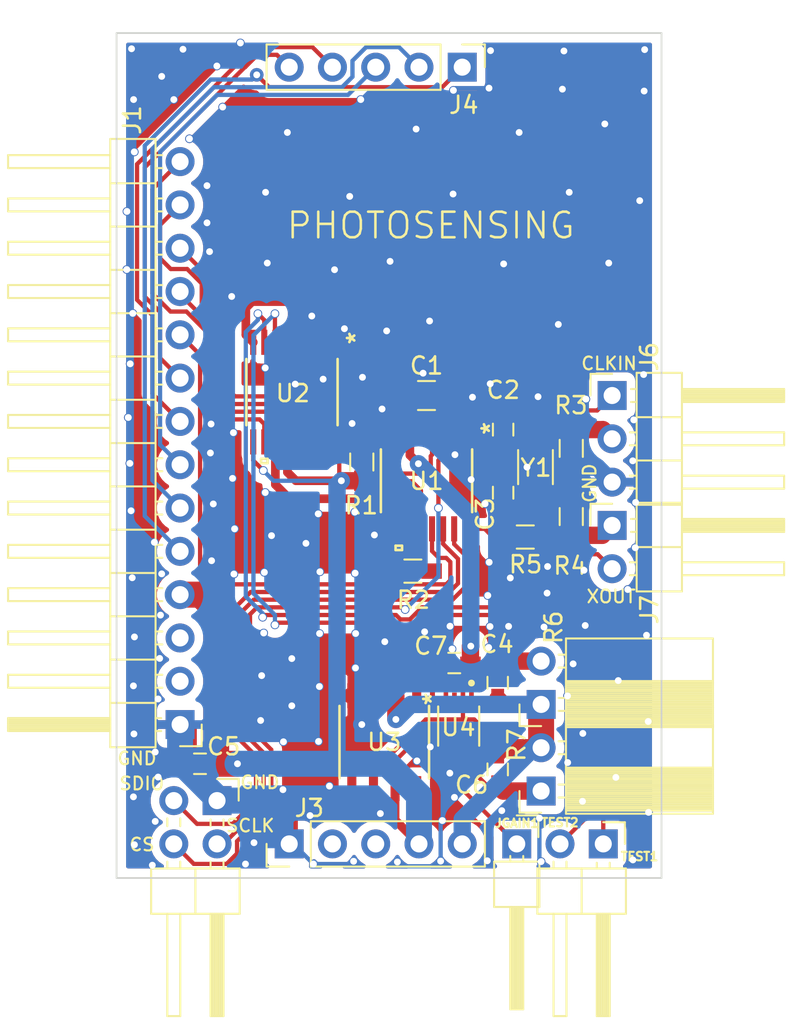
<source format=kicad_pcb>
(kicad_pcb (version 20171130) (host pcbnew "(5.1.6-0-10_14)")
  (layers (0 F.Cu signal) (31 B.Cu signal) (34 B.Paste user) (35 F.Paste user) (36 B.SilkS user) (37 F.SilkS user) (38 B.Mask user) (39 F.Mask user) (44 Edge.Cuts user))
  (net 0 "")
  (net 1 GND)
  (net 2 "Net-(C1-Pad1)")
  (net 3 "Net-(C2-Pad1)")
  (net 4 "Net-(C3-Pad1)")
  (net 5 "Net-(C4-Pad1)")
  (net 6 PD_MUX_OUT)
  (net 7 VCC_LOGIC)
  (net 8 /AMP_OUT)
  (net 9 THERM_WELL)
  (net 10 I2C_SDA)
  (net 11 I2C_SCL)
  (net 12 ADC_DRDY)
  (net 13 PD_REF_PWM)
  (net 14 PD_MUX_GPIO1)
  (net 15 PD_MUX_GPIO2)
  (net 16 PD_MUX_GPIO3)
  (net 17 PD_MUX_GPIO4)
  (net 18 PD_MUX_GPIO5)
  (net 19 THERM_TEST2)
  (net 20 THERM_TEST1)
  (net 21 /AMP_GAIN_SW)
  (net 22 "Net-(J7-Pad1)")
  (net 23 DEMOD_SPI_CS)
  (net 24 DEMOD_SPI_SDIO)
  (net 25 DEMOD_SPI_SCLK)
  (net 26 "Net-(R1-Pad1)")
  (net 27 "Net-(R2-Pad1)")
  (net 28 "Net-(R3-Pad1)")
  (net 29 /PHOTO_OUT)
  (net 30 /CLKIN)
  (net 31 /XOUT)
  (module Capacitors_SMD:C_0805_HandSoldering (layer F.Cu) (at 101.2 83.7)
    (fp_text reference C1 (at 0 -1.75) (layer F.SilkS))
    (fp_text value 1uF)
    (pad 2 smd rect (at 1.25 0) (size 1.5 1.25) (layers F.Cu F.Paste F.Mask) (net 1 GND))
    (pad 1 smd rect (at -1.25 0) (size 1.5 1.25) (layers F.Cu F.Paste F.Mask) (net 2 "Net-(C1-Pad1)"))
  )
  (module Capacitors_SMD:C_0603_HandSoldering (layer F.Cu) (at 105.7 85.7 270)
    (fp_text reference C2 (at -2.32 -0.01 180) (layer F.SilkS))
    (fp_text value 10pF)
    (pad 1 smd rect (at -0.95 0 270) (size 1.2 0.75) (layers F.Cu F.Paste F.Mask) (net 3 "Net-(C2-Pad1)"))
    (pad 2 smd rect (at 0.95 0 270) (size 1.2 0.75) (layers F.Cu F.Paste F.Mask) (net 1 GND))
  )
  (module Capacitors_SMD:C_0603_HandSoldering (layer F.Cu) (at 105.7 89.4 90)
    (fp_text reference C3 (at -1.26 -1.06 270) (layer F.SilkS))
    (fp_text value 10pF)
    (pad 2 smd rect (at 0.95 0 90) (size 1.2 0.75) (layers F.Cu F.Paste F.Mask) (net 1 GND))
    (pad 1 smd rect (at -0.95 0 90) (size 1.2 0.75) (layers F.Cu F.Paste F.Mask) (net 4 "Net-(C3-Pad1)"))
  )
  (module Capacitors_SMD:C_0603_HandSoldering (layer F.Cu) (at 105.38 100.55 270)
    (fp_text reference C4 (at -2.26 0.04 180) (layer F.SilkS))
    (fp_text value 22pF)
    (pad 1 smd rect (at -0.95 0 270) (size 1.2 0.75) (layers F.Cu F.Paste F.Mask) (net 5 "Net-(C4-Pad1)"))
    (pad 2 smd rect (at 0.95 0 270) (size 1.2 0.75) (layers F.Cu F.Paste F.Mask) (net 6 PD_MUX_OUT))
  )
  (module Capacitors_SMD:C_0603_HandSoldering (layer F.Cu) (at 87.9 105.3 180)
    (fp_text reference C5 (at -1.39 1.01) (layer F.SilkS))
    (fp_text value 0.1uF)
    (pad 2 smd rect (at 0.95 0 180) (size 1.2 0.75) (layers F.Cu F.Paste F.Mask) (net 1 GND))
    (pad 1 smd rect (at -0.95 0 180) (size 1.2 0.75) (layers F.Cu F.Paste F.Mask) (net 7 VCC_LOGIC))
  )
  (module Capacitors_SMD:C_0603_HandSoldering (layer F.Cu) (at 105.38 105.63 90)
    (fp_text reference C6 (at -0.91 -1.53 180) (layer F.SilkS))
    (fp_text value 22pF)
    (pad 1 smd rect (at -0.95 0 90) (size 1.2 0.75) (layers F.Cu F.Paste F.Mask) (net 8 /AMP_OUT))
    (pad 2 smd rect (at 0.95 0 90) (size 1.2 0.75) (layers F.Cu F.Paste F.Mask) (net 6 PD_MUX_OUT))
  )
  (module Capacitors_SMD:C_0603_HandSoldering (layer F.Cu) (at 102.83 99.39)
    (fp_text reference C7 (at -1.38 -1) (layer F.SilkS))
    (fp_text value 0.1uF)
    (pad 2 smd rect (at 0.95 0) (size 1.2 0.75) (layers F.Cu F.Paste F.Mask) (net 8 /AMP_OUT))
    (pad 1 smd rect (at -0.95 0) (size 1.2 0.75) (layers F.Cu F.Paste F.Mask) (net 1 GND))
  )
  (module Pin_Headers:Pin_Header_Straight_1x05_Pitch2.54mm (layer F.Cu) (at 93.138 110 90)
    (fp_text reference J3 (at 2.1 1.182 180) (layer F.SilkS))
    (fp_text value Conn_01x05_Male)
    (pad 5 thru_hole oval (at 0 10.16 90) (size 1.7 1.7) (drill 1) (layers *.Cu *.Mask) (net 6 PD_MUX_OUT))
    (pad 4 thru_hole oval (at 0 7.62 90) (size 1.7 1.7) (drill 1) (layers *.Cu *.Mask) (net 7 VCC_LOGIC))
    (pad 3 thru_hole oval (at 0 5.08 90) (size 1.7 1.7) (drill 1) (layers *.Cu *.Mask))
    (pad 2 thru_hole oval (at 0 2.54 90) (size 1.7 1.7) (drill 1) (layers *.Cu *.Mask))
    (pad 1 thru_hole rect (at 0 0 90) (size 1.7 1.7) (drill 1) (layers *.Cu *.Mask) (net 1 GND))
  )
  (module Pin_Headers:Pin_Header_Straight_1x05_Pitch2.54mm (layer F.Cu) (at 103.298 64.44 270)
    (fp_text reference J4 (at 2.22 -0.092 180) (layer F.SilkS))
    (fp_text value Conn_01x05_Male)
    (pad 1 thru_hole rect (at 0 0 270) (size 1.7 1.7) (drill 1) (layers *.Cu *.Mask) (net 18 PD_MUX_GPIO5))
    (pad 2 thru_hole oval (at 0 2.54 270) (size 1.7 1.7) (drill 1) (layers *.Cu *.Mask) (net 17 PD_MUX_GPIO4))
    (pad 3 thru_hole oval (at 0 5.08 270) (size 1.7 1.7) (drill 1) (layers *.Cu *.Mask) (net 16 PD_MUX_GPIO3))
    (pad 4 thru_hole oval (at 0 7.62 270) (size 1.7 1.7) (drill 1) (layers *.Cu *.Mask) (net 15 PD_MUX_GPIO2))
    (pad 5 thru_hole oval (at 0 10.16 270) (size 1.7 1.7) (drill 1) (layers *.Cu *.Mask) (net 14 PD_MUX_GPIO1))
  )
  (module Resistors_SMD:R_0603_HandSoldering (layer F.Cu) (at 97.4 87.6 270)
    (fp_text reference R1 (at 2.55 0.03 180) (layer F.SilkS))
    (fp_text value 10K)
    (pad 2 smd rect (at 1.1 0 270) (size 1.2 0.9) (layers F.Cu F.Paste F.Mask) (net 7 VCC_LOGIC))
    (pad 1 smd rect (at -1.1 0 270) (size 1.2 0.9) (layers F.Cu F.Paste F.Mask) (net 26 "Net-(R1-Pad1)"))
  )
  (module Resistors_SMD:R_0603_HandSoldering (layer F.Cu) (at 100.4 94)
    (fp_text reference R2 (at 0.03 1.69) (layer F.SilkS))
    (fp_text value 10K)
    (pad 1 smd rect (at -1.1 0) (size 1.2 0.9) (layers F.Cu F.Paste F.Mask) (net 27 "Net-(R2-Pad1)"))
    (pad 2 smd rect (at 1.1 0) (size 1.2 0.9) (layers F.Cu F.Paste F.Mask) (net 7 VCC_LOGIC))
  )
  (module Resistors_SMD:R_0603_HandSoldering (layer F.Cu) (at 109.7 86.8 90)
    (fp_text reference R3 (at 2.52 -0.02 180) (layer F.SilkS))
    (fp_text value 10M)
    (pad 2 smd rect (at 1.1 0 90) (size 1.2 0.9) (layers F.Cu F.Paste F.Mask) (net 3 "Net-(C2-Pad1)"))
    (pad 1 smd rect (at -1.1 0 90) (size 1.2 0.9) (layers F.Cu F.Paste F.Mask) (net 28 "Net-(R3-Pad1)"))
  )
  (module Resistors_SMD:R_0603_HandSoldering (layer F.Cu) (at 109.7 90.8 90)
    (fp_text reference R4 (at -2.89 -0.07 180) (layer F.SilkS))
    (fp_text value 10M)
    (pad 2 smd rect (at 1.1 0 90) (size 1.2 0.9) (layers F.Cu F.Paste F.Mask) (net 28 "Net-(R3-Pad1)"))
    (pad 1 smd rect (at -1.1 0 90) (size 1.2 0.9) (layers F.Cu F.Paste F.Mask) (net 22 "Net-(J7-Pad1)"))
  )
  (module Resistors_SMD:R_0603_HandSoldering (layer F.Cu) (at 107 92 180)
    (fp_text reference R5 (at -0.02 -1.61) (layer F.SilkS))
    (fp_text value 560k)
    (pad 1 smd rect (at -1.1 0 180) (size 1.2 0.9) (layers F.Cu F.Paste F.Mask) (net 22 "Net-(J7-Pad1)"))
    (pad 2 smd rect (at 1.1 0 180) (size 1.2 0.9) (layers F.Cu F.Paste F.Mask) (net 4 "Net-(C3-Pad1)"))
  )
  (module Ninja-qPCR:ADA2200ARUZ (layer F.Cu) (at 101.2 88.7 270)
    (fp_text reference U1 (at 0.02 0 180) (layer F.SilkS))
    (fp_text value ADA2200ARUZ hide)
    (fp_text user * (at -3.0734 -3.773601 90) (layer F.SilkS))
    (fp_text user * (at -3.0734 -3.773601 90) (layer F.SilkS))
    (pad 16 smd rect (at 2.8194 -2.274999 270) (size 1.4732 0.3556) (layers F.Cu F.Paste F.Mask) (net 31 /XOUT))
    (pad 15 smd rect (at 2.8194 -1.624998 270) (size 1.4732 0.3556) (layers F.Cu F.Paste F.Mask) (net 25 DEMOD_SPI_SCLK))
    (pad 14 smd rect (at 2.8194 -0.974999 270) (size 1.4732 0.3556) (layers F.Cu F.Paste F.Mask) (net 24 DEMOD_SPI_SDIO))
    (pad 13 smd rect (at 2.8194 -0.324998 270) (size 1.4732 0.3556) (layers F.Cu F.Paste F.Mask) (net 13 PD_REF_PWM))
    (pad 12 smd rect (at 2.8194 0.325001 270) (size 1.4732 0.3556) (layers F.Cu F.Paste F.Mask) (net 7 VCC_LOGIC))
    (pad 11 smd rect (at 2.8194 0.974999 270) (size 1.4732 0.3556) (layers F.Cu F.Paste F.Mask) (net 29 /PHOTO_OUT))
    (pad 10 smd rect (at 2.8194 1.625001 270) (size 1.4732 0.3556) (layers F.Cu F.Paste F.Mask))
    (pad 9 smd rect (at 2.8194 2.274999 270) (size 1.4732 0.3556) (layers F.Cu F.Paste F.Mask) (net 27 "Net-(R2-Pad1)"))
    (pad 8 smd rect (at -2.8194 2.274999 270) (size 1.4732 0.3556) (layers F.Cu F.Paste F.Mask) (net 2 "Net-(C1-Pad1)"))
    (pad 7 smd rect (at -2.8194 1.624998 270) (size 1.4732 0.3556) (layers F.Cu F.Paste F.Mask) (net 2 "Net-(C1-Pad1)"))
    (pad 6 smd rect (at -2.8194 0.974999 270) (size 1.4732 0.3556) (layers F.Cu F.Paste F.Mask) (net 8 /AMP_OUT))
    (pad 5 smd rect (at -2.8194 0.324998 270) (size 1.4732 0.3556) (layers F.Cu F.Paste F.Mask) (net 1 GND))
    (pad 4 smd rect (at -2.8194 -0.325001 270) (size 1.4732 0.3556) (layers F.Cu F.Paste F.Mask) (net 26 "Net-(R1-Pad1)"))
    (pad 3 smd rect (at -2.8194 -0.974999 270) (size 1.4732 0.3556) (layers F.Cu F.Paste F.Mask) (net 23 DEMOD_SPI_CS))
    (pad 2 smd rect (at -2.8194 -1.625001 270) (size 1.4732 0.3556) (layers F.Cu F.Paste F.Mask))
    (pad 1 smd rect (at -2.8194 -2.274999 270) (size 1.4732 0.3556) (layers F.Cu F.Paste F.Mask) (net 30 /CLKIN))
  )
  (module Ninja-qPCR:ADS1219IPWR (layer F.Cu) (at 93.3 83.5 270)
    (fp_text reference U2 (at 0.07 -0.05 180) (layer F.SilkS))
    (fp_text value ADS1219IPWR hide)
    (fp_text user * (at -3.175 -3.773601 90) (layer F.SilkS))
    (fp_text user * (at -3.175 -3.773601 90) (layer F.SilkS))
    (pad 16 smd rect (at 2.921 -2.274999 270) (size 1.4732 0.3556) (layers F.Cu F.Paste F.Mask) (net 11 I2C_SCL))
    (pad 15 smd rect (at 2.921 -1.624998 270) (size 1.4732 0.3556) (layers F.Cu F.Paste F.Mask) (net 10 I2C_SDA))
    (pad 14 smd rect (at 2.921 -0.974999 270) (size 1.4732 0.3556) (layers F.Cu F.Paste F.Mask) (net 12 ADC_DRDY))
    (pad 13 smd rect (at 2.921 -0.324998 270) (size 1.4732 0.3556) (layers F.Cu F.Paste F.Mask) (net 7 VCC_LOGIC))
    (pad 12 smd rect (at 2.921 0.325001 270) (size 1.4732 0.3556) (layers F.Cu F.Paste F.Mask) (net 7 VCC_LOGIC))
    (pad 11 smd rect (at 2.921 0.974999 270) (size 1.4732 0.3556) (layers F.Cu F.Paste F.Mask) (net 29 /PHOTO_OUT))
    (pad 10 smd rect (at 2.921 1.625001 270) (size 1.4732 0.3556) (layers F.Cu F.Paste F.Mask) (net 9 THERM_WELL))
    (pad 9 smd rect (at 2.921 2.274999 270) (size 1.4732 0.3556) (layers F.Cu F.Paste F.Mask) (net 7 VCC_LOGIC))
    (pad 8 smd rect (at -2.921 2.274999 270) (size 1.4732 0.3556) (layers F.Cu F.Paste F.Mask) (net 1 GND))
    (pad 7 smd rect (at -2.921 1.624998 270) (size 1.4732 0.3556) (layers F.Cu F.Paste F.Mask) (net 20 THERM_TEST1))
    (pad 6 smd rect (at -2.921 0.974999 270) (size 1.4732 0.3556) (layers F.Cu F.Paste F.Mask) (net 19 THERM_TEST2))
    (pad 5 smd rect (at -2.921 0.324998 270) (size 1.4732 0.3556) (layers F.Cu F.Paste F.Mask) (net 1 GND))
    (pad 4 smd rect (at -2.921 -0.325001 270) (size 1.4732 0.3556) (layers F.Cu F.Paste F.Mask) (net 1 GND))
    (pad 3 smd rect (at -2.921 -0.974999 270) (size 1.4732 0.3556) (layers F.Cu F.Paste F.Mask) (net 7 VCC_LOGIC))
    (pad 2 smd rect (at -2.921 -1.625001 270) (size 1.4732 0.3556) (layers F.Cu F.Paste F.Mask) (net 1 GND))
    (pad 1 smd rect (at -2.921 -2.274999 270) (size 1.4732 0.3556) (layers F.Cu F.Paste F.Mask) (net 1 GND))
  )
  (module Ninja-qPCR:LT1006S8-TRPBF (layer F.Cu) (at 98.72 104.03 270)
    (fp_text reference U3 (at 0 0 180) (layer F.SilkS))
    (fp_text value LT1006S8-TRPBF hide)
    (fp_text user * (at -2.54 -2.83 90) (layer F.SilkS))
    (fp_text user * (at -2.53 -2.83 90) (layer F.SilkS))
    (pad 8 smd rect (at 2.72415 -1.905 270) (size 1.4605 0.5334) (layers F.Cu F.Paste F.Mask))
    (pad 7 smd rect (at 2.72415 -0.635 270) (size 1.4605 0.5334) (layers F.Cu F.Paste F.Mask) (net 7 VCC_LOGIC))
    (pad 6 smd rect (at 2.72415 0.635 270) (size 1.4605 0.5334) (layers F.Cu F.Paste F.Mask) (net 8 /AMP_OUT))
    (pad 5 smd rect (at 2.72415 1.905 270) (size 1.4605 0.5334) (layers F.Cu F.Paste F.Mask))
    (pad 4 smd rect (at -2.72415 1.905 270) (size 1.4605 0.5334) (layers F.Cu F.Paste F.Mask) (net 1 GND))
    (pad 3 smd rect (at -2.72415 0.635 270) (size 1.4605 0.5334) (layers F.Cu F.Paste F.Mask) (net 1 GND))
    (pad 2 smd rect (at -2.72415 -0.635 270) (size 1.4605 0.5334) (layers F.Cu F.Paste F.Mask) (net 6 PD_MUX_OUT))
    (pad 1 smd rect (at -2.72415 -1.905 270) (size 1.4605 0.5334) (layers F.Cu F.Paste F.Mask))
  )
  (module Ninja-qPCR:SN74LVC2G66DCUR (layer F.Cu) (at 103.09 103.09 270)
    (fp_text reference U4 (at 0.07 0.02 180) (layer F.SilkS))
    (fp_text value SN74LVC2G66DCUR)
    (pad 8 smd rect (at 1.405 -0.75 270) (size 1.12 0.27) (layers F.Cu F.Paste F.Mask) (net 7 VCC_LOGIC))
    (pad 7 smd rect (at 1.405 -0.25 270) (size 1.12 0.27) (layers F.Cu F.Paste F.Mask) (net 21 /AMP_GAIN_SW))
    (pad 6 smd rect (at 1.405 0.25 270) (size 1.12 0.27) (layers F.Cu F.Paste F.Mask))
    (pad 5 smd rect (at 1.405 0.75 270) (size 1.12 0.27) (layers F.Cu F.Paste F.Mask))
    (pad 4 smd rect (at -1.405 0.75 270) (size 1.12 0.27) (layers F.Cu F.Paste F.Mask) (net 1 GND))
    (pad 3 smd rect (at -1.405 0.25 270) (size 1.12 0.27) (layers F.Cu F.Paste F.Mask))
    (pad 2 smd rect (at -1.405 -0.25 270) (size 1.12 0.27) (layers F.Cu F.Paste F.Mask) (net 8 /AMP_OUT))
    (pad 1 smd rect (at -1.405 -0.75 270) (size 1.12 0.27) (layers F.Cu F.Paste F.Mask) (net 5 "Net-(C4-Pad1)"))
  )
  (module Capacitors_SMD:C_1206_HandSoldering (layer F.Cu) (at 107.6 87.9 270)
    (fp_text reference Y1 (at 0.04 -0.03 180) (layer F.SilkS))
    (fp_text value 32.768kHz)
    (pad 2 smd rect (at 2 0 270) (size 2 1.6) (layers F.Cu F.Paste F.Mask) (net 4 "Net-(C3-Pad1)"))
    (pad 1 smd rect (at -2 0 270) (size 2 1.6) (layers F.Cu F.Paste F.Mask) (net 3 "Net-(C2-Pad1)"))
  )
  (module Pin_Headers:Pin_Header_Angled_1x14_Pitch2.54mm (layer F.Cu) (at 86.73 103 180)
    (fp_text reference J1 (at 2.81 35.46 270) (layer F.SilkS))
    (fp_text value Conn_01x14_Male)
    (pad 14 thru_hole oval (at 0 33.02 180) (size 1.7 1.7) (drill 1) (layers *.Cu *.Mask) (net 9 THERM_WELL))
    (pad 13 thru_hole oval (at 0 30.48 180) (size 1.7 1.7) (drill 1) (layers *.Cu *.Mask) (net 10 I2C_SDA))
    (pad 12 thru_hole oval (at 0 27.94 180) (size 1.7 1.7) (drill 1) (layers *.Cu *.Mask) (net 11 I2C_SCL))
    (pad 11 thru_hole oval (at 0 25.4 180) (size 1.7 1.7) (drill 1) (layers *.Cu *.Mask) (net 12 ADC_DRDY))
    (pad 10 thru_hole oval (at 0 22.86 180) (size 1.7 1.7) (drill 1) (layers *.Cu *.Mask) (net 13 PD_REF_PWM))
    (pad 9 thru_hole oval (at 0 20.32 180) (size 1.7 1.7) (drill 1) (layers *.Cu *.Mask) (net 14 PD_MUX_GPIO1))
    (pad 8 thru_hole oval (at 0 17.78 180) (size 1.7 1.7) (drill 1) (layers *.Cu *.Mask) (net 15 PD_MUX_GPIO2))
    (pad 7 thru_hole oval (at 0 15.24 180) (size 1.7 1.7) (drill 1) (layers *.Cu *.Mask) (net 16 PD_MUX_GPIO3))
    (pad 6 thru_hole oval (at 0 12.7 180) (size 1.7 1.7) (drill 1) (layers *.Cu *.Mask) (net 17 PD_MUX_GPIO4))
    (pad 5 thru_hole oval (at 0 10.16 180) (size 1.7 1.7) (drill 1) (layers *.Cu *.Mask) (net 18 PD_MUX_GPIO5))
    (pad 4 thru_hole oval (at 0 7.62 180) (size 1.7 1.7) (drill 1) (layers *.Cu *.Mask) (net 7 VCC_LOGIC))
    (pad 3 thru_hole oval (at 0 5.08 180) (size 1.7 1.7) (drill 1) (layers *.Cu *.Mask))
    (pad 2 thru_hole oval (at 0 2.54 180) (size 1.7 1.7) (drill 1) (layers *.Cu *.Mask))
    (pad 1 thru_hole rect (at 0 0 180) (size 1.7 1.7) (drill 1) (layers *.Cu *.Mask) (net 1 GND))
  )
  (module Pin_Headers:Pin_Header_Angled_1x02_Pitch2.54mm (layer F.Cu) (at 111.58 110 270)
    (fp_text reference JTHERM1 hide)
    (fp_text value Conn_01x02_Male)
    (pad 2 thru_hole oval (at 0 2.54 270) (size 1.7 1.7) (drill 1) (layers *.Cu *.Mask) (net 19 THERM_TEST2))
    (pad 1 thru_hole rect (at 0 0 270) (size 1.7 1.7) (drill 1) (layers *.Cu *.Mask) (net 20 THERM_TEST1))
  )
  (module Pin_Headers:Pin_Header_Angled_1x03_Pitch2.54mm (layer F.Cu) (at 112.1 83.7)
    (fp_text reference J6 (at 2.18 -2.28 90) (layer F.SilkS))
    (fp_text value Conn_01x03_Male)
    (pad 3 thru_hole oval (at 0 5.08) (size 1.7 1.7) (drill 1) (layers *.Cu *.Mask) (net 1 GND))
    (pad 2 thru_hole oval (at 0 2.54) (size 1.7 1.7) (drill 1) (layers *.Cu *.Mask) (net 3 "Net-(C2-Pad1)"))
    (pad 1 thru_hole rect (at 0 0) (size 1.7 1.7) (drill 1) (layers *.Cu *.Mask) (net 30 /CLKIN))
  )
  (module Pin_Headers:Pin_Header_Angled_1x02_Pitch2.54mm (layer F.Cu) (at 112.1 91.32)
    (fp_text reference J7 (at 2.19 4.94 90) (layer F.SilkS))
    (fp_text value Conn_01x02_Male)
    (pad 1 thru_hole rect (at 0 0) (size 1.7 1.7) (drill 1) (layers *.Cu *.Mask) (net 22 "Net-(J7-Pad1)"))
    (pad 2 thru_hole oval (at 0 2.54) (size 1.7 1.7) (drill 1) (layers *.Cu *.Mask) (net 31 /XOUT))
  )
  (module Socket_Strips:Socket_Strip_Angled_1x02_Pitch2.54mm (layer F.Cu) (at 107.93 101.82 180)
    (fp_text reference R6 (at -0.73 4.52 90) (layer F.SilkS))
    (fp_text value R)
    (pad 1 thru_hole rect (at 0 0 180) (size 1.7 1.7) (drill 1) (layers *.Cu *.Mask) (net 6 PD_MUX_OUT))
    (pad 2 thru_hole oval (at 0 2.54 180) (size 1.7 1.7) (drill 1) (layers *.Cu *.Mask) (net 5 "Net-(C4-Pad1)"))
  )
  (module Socket_Strips:Socket_Strip_Angled_1x02_Pitch2.54mm (layer F.Cu) (at 107.93 106.9 180)
    (fp_text reference R7 (at 1.44 2.7 90) (layer F.SilkS))
    (fp_text value R)
    (pad 2 thru_hole oval (at 0 2.54 180) (size 1.7 1.7) (drill 1) (layers *.Cu *.Mask) (net 6 PD_MUX_OUT))
    (pad 1 thru_hole rect (at 0 0 180) (size 1.7 1.7) (drill 1) (layers *.Cu *.Mask) (net 8 /AMP_OUT))
  )
  (module Pin_Headers:Pin_Header_Angled_1x01_Pitch2.54mm (layer F.Cu) (at 106.5 109.6 270)
    (fp_text reference JGAIN1 (at -0.81 -0.01 180) (layer F.SilkS) (effects (font (size 0.5 0.5) (thickness 0.125))))
    (fp_text value Conn_01x01_Male)
    (pad 1 thru_hole rect (at 0.4 0 270) (size 1.7 1.7) (drill 1) (layers *.Cu *.Mask) (net 21 /AMP_GAIN_SW))
  )
  (module Pin_Headers:Pin_Header_Angled_2x02_Pitch2.54mm (layer F.Cu) (at 88.9 107.46 270)
    (fp_text reference JSPI1 hide)
    (fp_text value Conn_01x04_Male)
    (pad 4 thru_hole oval (at 2.54 2.54 270) (size 1.7 1.7) (drill 1) (layers *.Cu *.Mask) (net 23 DEMOD_SPI_CS))
    (pad 3 thru_hole oval (at 0 2.54 270) (size 1.7 1.7) (drill 1) (layers *.Cu *.Mask) (net 24 DEMOD_SPI_SDIO))
    (pad 2 thru_hole oval (at 2.54 0 270) (size 1.7 1.7) (drill 1) (layers *.Cu *.Mask) (net 25 DEMOD_SPI_SCLK))
    (pad 1 thru_hole rect (at 0 0 270) (size 1.7 1.7) (drill 1) (layers *.Cu *.Mask) (net 1 GND))
  )
  (gr_text GND (at 84.2 104.99) (layer F.SilkS) (effects (font (size 0.75 0.75) (thickness 0.125))))
  (gr_text GND (at 110.78 88.84 90) (layer F.SilkS) (effects (font (size 0.75 0.75) (thickness 0.125))))
  (gr_text CLKIN (at 111.92 81.82) (layer F.SilkS) (effects (font (size 0.75 0.75) (thickness 0.125))))
  (gr_text XOUT (at 112.04 95.49) (layer F.SilkS) (effects (font (size 0.75 0.75) (thickness 0.125))))
  (gr_text SCLK (at 90.85 108.93) (layer F.SilkS) (effects (font (size 0.75 0.75) (thickness 0.125))))
  (gr_text CS (at 84.49 110.04) (layer F.SilkS) (effects (font (size 0.75 0.75) (thickness 0.125))))
  (gr_text SD IO (at 84.48 106.46) (layer F.SilkS) (effects (font (size 0.75 0.75) (thickness 0.125))))
  (gr_text GND (at 91.42 106.39) (layer F.SilkS) (effects (font (size 0.75 0.75) (thickness 0.125))))
  (gr_text TEST1 (at 113.71 110.74) (layer F.SilkS) (effects (font (size 0.5 0.5) (thickness 0.125))))
  (gr_text TEST2 (at 109.03 108.75) (layer F.SilkS) (effects (font (size 0.5 0.5) (thickness 0.125))))
  (gr_text PHOTOSENSING (at 101.45 73.73) (layer F.SilkS) (effects (font (size 1.5 1.5))))
  (gr_line (start 83 112) (end 83 62.44) (layer Edge.Cuts) (width 0.1))
  (gr_line (start 115 112) (end 83 112) (layer Edge.Cuts) (width 0.1))
  (gr_line (start 115 62.44) (end 115 112) (layer Edge.Cuts) (width 0.1))
  (gr_line (start 83 62.44) (end 115 62.44) (layer Edge.Cuts) (width 0.1))
  (segment (start 96.815 101.30585) (end 98.085 101.30585) (width 1.016) (layer F.Cu) (net 1))
  (segment (start 98.085 100.304498) (end 98.085 101.30585) (width 1.016) (layer F.Cu) (net 1))
  (segment (start 98.999498 99.39) (end 98.085 100.304498) (width 1.016) (layer F.Cu) (net 1))
  (segment (start 101.88 99.39) (end 98.999498 99.39) (width 1.016) (layer F.Cu) (net 1))
  (segment (start 102.34 101.685) (end 102.34 100.84) (width 0.25) (layer F.Cu) (net 1))
  (segment (start 102.34 100.84) (end 101.9 100.4) (width 0.25) (layer F.Cu) (net 1))
  (segment (start 101.9 99.41) (end 101.88 99.39) (width 0.25) (layer F.Cu) (net 1))
  (segment (start 101.9 100.4) (end 101.9 99.41) (width 0.25) (layer F.Cu) (net 1))
  (segment (start 90.598 107.46) (end 88.9 107.46) (width 1.524) (layer B.Cu) (net 1))
  (segment (start 93.138 110) (end 90.598 107.46) (width 1.524) (layer B.Cu) (net 1))
  (segment (start 112.1 88.78) (end 111.22 87.9) (width 1.016) (layer B.Cu) (net 1))
  (via (at 107.1 87.9) (size 0.508) (drill 0.4) (layers F.Cu B.Cu) (net 1))
  (segment (start 111.22 87.9) (end 107.1 87.9) (width 1.016) (layer B.Cu) (net 1))
  (segment (start 107.1 87.9) (end 105.8 87.9) (width 1.016) (layer F.Cu) (net 1))
  (segment (start 105.8 87.9) (end 105.7 88) (width 1.016) (layer F.Cu) (net 1))
  (segment (start 105.7 88) (end 105.7 88.45) (width 1.016) (layer F.Cu) (net 1))
  (segment (start 105.7 86.65) (end 105.7 88) (width 1.016) (layer F.Cu) (net 1))
  (segment (start 100.875002 84.735) (end 101.310002 84.3) (width 0.25) (layer F.Cu) (net 1))
  (segment (start 100.875002 85.8806) (end 100.875002 84.735) (width 0.25) (layer F.Cu) (net 1))
  (segment (start 101.85 84.3) (end 102.45 83.7) (width 0.25) (layer F.Cu) (net 1))
  (segment (start 101.310002 84.3) (end 101.85 84.3) (width 0.25) (layer F.Cu) (net 1))
  (segment (start 107.1 87.9) (end 105.6 87.9) (width 1.016) (layer B.Cu) (net 1))
  (via (at 103.9 83.8) (size 0.508) (drill 0.4) (layers F.Cu B.Cu) (net 1))
  (segment (start 103.9 86.2) (end 103.9 83.8) (width 1.016) (layer B.Cu) (net 1))
  (segment (start 105.6 87.9) (end 103.9 86.2) (width 1.016) (layer B.Cu) (net 1))
  (segment (start 102.55 83.8) (end 102.45 83.7) (width 1.016) (layer F.Cu) (net 1))
  (segment (start 103.9 83.8) (end 102.55 83.8) (width 1.016) (layer F.Cu) (net 1))
  (via (at 97.4 103) (size 0.508) (drill 0.4) (layers F.Cu B.Cu) (net 1))
  (segment (start 97.4 101.790841) (end 97.884991 101.30585) (width 1.524) (layer F.Cu) (net 1))
  (segment (start 97.4 103) (end 97.4 101.790841) (width 1.524) (layer F.Cu) (net 1))
  (segment (start 86.95 103.22) (end 86.73 103) (width 1.524) (layer F.Cu) (net 1))
  (segment (start 86.95 105.3) (end 86.95 103.22) (width 1.524) (layer F.Cu) (net 1))
  (segment (start 86.73 105.148238) (end 86.73 103) (width 1.524) (layer B.Cu) (net 1))
  (segment (start 88.9 107.318238) (end 86.73 105.148238) (width 1.524) (layer B.Cu) (net 1))
  (segment (start 88.9 107.46) (end 88.9 107.318238) (width 1.524) (layer B.Cu) (net 1))
  (segment (start 93.138 107.262) (end 97.4 103) (width 1.016) (layer F.Cu) (net 1))
  (segment (start 93.138 110) (end 93.138 107.262) (width 1.016) (layer F.Cu) (net 1))
  (segment (start 97.4 102.980303) (end 97.4 103) (width 1.016) (layer B.Cu) (net 1))
  (segment (start 104.300168 100.60399) (end 99.776313 100.60399) (width 1.016) (layer B.Cu) (net 1))
  (segment (start 107.1 97.804158) (end 104.300168 100.60399) (width 1.016) (layer B.Cu) (net 1))
  (segment (start 99.776313 100.60399) (end 97.4 102.980303) (width 1.016) (layer B.Cu) (net 1))
  (segment (start 107.1 87.9) (end 107.1 97.804158) (width 1.016) (layer B.Cu) (net 1))
  (segment (start 92.975002 80.579) (end 93.625001 80.579) (width 0.508) (layer F.Cu) (net 1))
  (segment (start 94.925001 80.579) (end 95.574999 80.579) (width 0.508) (layer F.Cu) (net 1))
  (segment (start 94.925001 79.4974) (end 94.925001 80.579) (width 0.508) (layer F.Cu) (net 1))
  (segment (start 90.591999 78.560159) (end 90.960159 78.191999) (width 0.508) (layer F.Cu) (net 1))
  (segment (start 90.960159 78.191999) (end 93.6196 78.191999) (width 0.508) (layer F.Cu) (net 1))
  (segment (start 90.591999 80.141997) (end 90.591999 78.560159) (width 0.508) (layer F.Cu) (net 1))
  (segment (start 91.025001 80.574999) (end 90.591999 80.141997) (width 0.508) (layer F.Cu) (net 1))
  (segment (start 91.025001 80.579) (end 91.025001 80.574999) (width 0.508) (layer F.Cu) (net 1))
  (segment (start 93.923201 79.0362) (end 94.4638 79.0362) (width 0.508) (layer F.Cu) (net 1))
  (segment (start 93.625001 79.3344) (end 93.923201 79.0362) (width 0.508) (layer F.Cu) (net 1))
  (segment (start 94.4638 79.0362) (end 94.925001 79.4974) (width 0.508) (layer F.Cu) (net 1))
  (segment (start 93.625001 80.579) (end 93.625001 79.3344) (width 0.508) (layer F.Cu) (net 1))
  (segment (start 94.2138 78.7862) (end 94.4638 79.0362) (width 0.508) (layer F.Cu) (net 1))
  (via (at 94.4638 79.0362) (size 0.508) (drill 0.4) (layers F.Cu B.Cu) (net 1))
  (segment (start 93.6196 78.191999) (end 94.2138 78.7862) (width 0.508) (layer F.Cu) (net 1))
  (segment (start 99.1362 79.0362) (end 103.9 83.8) (width 0.508) (layer B.Cu) (net 1))
  (segment (start 94.4638 79.0362) (end 99.1362 79.0362) (width 0.508) (layer B.Cu) (net 1))
  (via (at 114.01 63.41) (size 0.508) (drill 0.4) (layers F.Cu B.Cu) (net 1))
  (via (at 104.96 63.47) (size 0.508) (drill 0.4) (layers F.Cu B.Cu) (net 1))
  (via (at 104.87 65.67) (size 0.508) (drill 0.4) (layers F.Cu B.Cu) (net 1))
  (via (at 102.78 65.8) (size 0.508) (drill 0.4) (layers F.Cu B.Cu) (net 1))
  (via (at 97.34 66.34) (size 0.508) (drill 0.4) (layers F.Cu B.Cu) (net 1))
  (via (at 89.23 66.78) (size 0.508) (drill 0.4) (layers F.Cu B.Cu) (net 1))
  (via (at 87.28 68.64) (size 0.508) (drill 0.4) (layers F.Cu B.Cu) (net 1))
  (via (at 90.27 63.02) (size 0.508) (drill 0.4) (layers F.Cu B.Cu) (net 1))
  (via (at 88.89 64.37) (size 0.508) (drill 0.4) (layers F.Cu B.Cu) (net 1))
  (via (at 84.04 69.41) (size 0.508) (drill 0.4) (layers F.Cu B.Cu) (net 1))
  (via (at 83.88 63.36) (size 0.508) (drill 0.4) (layers F.Cu B.Cu) (net 1))
  (via (at 86.9 63.39) (size 0.508) (drill 0.4) (layers F.Cu B.Cu) (net 1))
  (via (at 84 66.34) (size 0.508) (drill 0.4) (layers F.Cu B.Cu) (net 1))
  (via (at 86.36 66.34) (size 0.508) (drill 0.4) (layers F.Cu B.Cu) (net 1))
  (via (at 85.65 64.98) (size 0.508) (drill 0.4) (layers F.Cu B.Cu) (net 1))
  (via (at 83.61 72.9) (size 0.508) (drill 0.4) (layers F.Cu B.Cu) (net 1))
  (via (at 83.6 76.31) (size 0.508) (drill 0.4) (layers F.Cu B.Cu) (net 1))
  (via (at 83.95 78.88) (size 0.508) (drill 0.4) (layers F.Cu B.Cu) (net 1))
  (via (at 85.22 92.31) (size 0.508) (drill 0.4) (layers F.Cu B.Cu) (net 1))
  (via (at 83.85 90.46) (size 0.508) (drill 0.4) (layers F.Cu B.Cu) (net 1))
  (via (at 83.69 84.99) (size 0.508) (drill 0.4) (layers F.Cu B.Cu) (net 1))
  (via (at 83.8 81.84) (size 0.508) (drill 0.4) (layers F.Cu B.Cu) (net 1))
  (via (at 83.78 87.68) (size 0.508) (drill 0.4) (layers F.Cu B.Cu) (net 1))
  (via (at 83.92 94.39) (size 0.508) (drill 0.4) (layers F.Cu B.Cu) (net 1))
  (via (at 85.65 94.16) (size 0.508) (drill 0.4) (layers F.Cu B.Cu) (net 1))
  (via (at 85.58 96.58) (size 0.508) (drill 0.4) (layers F.Cu B.Cu) (net 1))
  (via (at 85.53 99.12) (size 0.508) (drill 0.4) (layers F.Cu B.Cu) (net 1))
  (via (at 85.44 101.5) (size 0.508) (drill 0.4) (layers F.Cu B.Cu) (net 1))
  (via (at 85.27 104.61) (size 0.508) (drill 0.4) (layers F.Cu B.Cu) (net 1))
  (via (at 85.44 106.08) (size 0.508) (drill 0.4) (layers F.Cu B.Cu) (net 1))
  (via (at 85.27 108.68) (size 0.508) (drill 0.4) (layers F.Cu B.Cu) (net 1))
  (via (at 85.1 111.25) (size 0.508) (drill 0.4) (layers F.Cu B.Cu) (net 1))
  (via (at 84.05 110.05) (size 0.508) (drill 0.4) (layers F.Cu B.Cu) (net 1))
  (via (at 83.99 107.24) (size 0.508) (drill 0.4) (layers F.Cu B.Cu) (net 1))
  (via (at 84.02 103.55) (size 0.508) (drill 0.4) (layers F.Cu B.Cu) (net 1))
  (via (at 83.99 100.73) (size 0.508) (drill 0.4) (layers F.Cu B.Cu) (net 1))
  (via (at 84.05 97.86) (size 0.508) (drill 0.4) (layers F.Cu B.Cu) (net 1))
  (via (at 90.57 111.18) (size 0.508) (drill 0.4) (layers F.Cu B.Cu) (net 1))
  (via (at 91.07 109.93) (size 0.508) (drill 0.4) (layers F.Cu B.Cu) (net 1))
  (via (at 94.56 111.18) (size 0.508) (drill 0.4) (layers F.Cu B.Cu) (net 1))
  (via (at 94.36 108.34) (size 0.508) (drill 0.4) (layers F.Cu B.Cu) (net 1))
  (via (at 92.77 106.82) (size 0.508) (drill 0.4) (layers F.Cu B.Cu) (net 1))
  (via (at 91.46 102.76) (size 0.508) (drill 0.4) (layers F.Cu B.Cu) (net 1))
  (via (at 92.8 104.01) (size 0.508) (drill 0.4) (layers F.Cu B.Cu) (net 1))
  (via (at 94.86 103.99) (size 0.508) (drill 0.4) (layers F.Cu B.Cu) (net 1))
  (via (at 91.64 97.63) (size 0.508) (drill 0.4) (layers F.Cu B.Cu) (net 1))
  (via (at 91.52 100.13) (size 0.508) (drill 0.4) (layers F.Cu B.Cu) (net 1))
  (via (at 94.92 97.66) (size 0.508) (drill 0.4) (layers F.Cu B.Cu) (net 1))
  (via (at 94.91 100.77) (size 0.508) (drill 0.4) (layers F.Cu B.Cu) (net 1))
  (via (at 93.29 99.13) (size 0.508) (drill 0.4) (layers F.Cu B.Cu) (net 1))
  (via (at 93.29 101.9) (size 0.508) (drill 0.4) (layers F.Cu B.Cu) (net 1))
  (via (at 88.58 93.39) (size 0.508) (drill 0.4) (layers F.Cu B.Cu) (net 1))
  (via (at 89.89 94.17) (size 0.508) (drill 0.4) (layers F.Cu B.Cu) (net 1))
  (via (at 88.55 85.37) (size 0.508) (drill 0.4) (layers F.Cu B.Cu) (net 1))
  (via (at 89.86 85.88) (size 0.508) (drill 0.4) (layers F.Cu B.Cu) (net 1))
  (via (at 89.81 88.56) (size 0.508) (drill 0.4) (layers F.Cu B.Cu) (net 1))
  (via (at 88.51 87.07) (size 0.508) (drill 0.4) (layers F.Cu B.Cu) (net 1))
  (via (at 88.68 90.06) (size 0.508) (drill 0.4) (layers F.Cu B.Cu) (net 1))
  (via (at 89.93 91.52) (size 0.508) (drill 0.4) (layers F.Cu B.Cu) (net 1))
  (via (at 91.73 89.39) (size 0.508) (drill 0.4) (layers F.Cu B.Cu) (net 1))
  (via (at 91.68 94.07) (size 0.508) (drill 0.4) (layers F.Cu B.Cu) (net 1))
  (via (at 94.84 90.64) (size 0.508) (drill 0.4) (layers F.Cu B.Cu) (net 1))
  (via (at 94.94 94.04) (size 0.508) (drill 0.4) (layers F.Cu B.Cu) (net 1))
  (via (at 92.1 91.92) (size 0.508) (drill 0.4) (layers F.Cu B.Cu) (net 1))
  (via (at 94.12 92.37) (size 0.508) (drill 0.4) (layers F.Cu B.Cu) (net 1))
  (via (at 96.99 90.54) (size 0.508) (drill 0.4) (layers F.Cu B.Cu) (net 1))
  (via (at 98.14 91.88) (size 0.508) (drill 0.4) (layers F.Cu B.Cu) (net 1))
  (via (at 97.01 94.12) (size 0.508) (drill 0.4) (layers F.Cu B.Cu) (net 1))
  (via (at 97.04 97.66) (size 0.508) (drill 0.4) (layers F.Cu B.Cu) (net 1))
  (via (at 97.03 99.68) (size 0.508) (drill 0.4) (layers F.Cu B.Cu) (net 1))
  (via (at 98.75 98.14) (size 0.508) (drill 0.4) (layers F.Cu B.Cu) (net 1))
  (via (at 101.09 97.56) (size 0.508) (drill 0.4) (layers F.Cu B.Cu) (net 1))
  (via (at 102.58 97.23) (size 0.508) (drill 0.4) (layers F.Cu B.Cu) (net 1))
  (via (at 102.7 98.57) (size 0.508) (drill 0.4) (layers F.Cu B.Cu) (net 1))
  (via (at 104.85 98.48) (size 0.508) (drill 0.4) (layers F.Cu B.Cu) (net 1))
  (via (at 106.02 97.24) (size 0.508) (drill 0.4) (layers F.Cu B.Cu) (net 1))
  (via (at 104.93 97.25) (size 0.508) (drill 0.4) (layers F.Cu B.Cu) (net 1))
  (via (at 104.8 95.43) (size 0.508) (drill 0.4) (layers F.Cu B.Cu) (net 1))
  (via (at 106.12 94.4) (size 0.508) (drill 0.4) (layers F.Cu B.Cu) (net 1))
  (via (at 104.88 93.48) (size 0.508) (drill 0.4) (layers F.Cu B.Cu) (net 1))
  (via (at 102.87 87.17) (size 0.508) (drill 0.4) (layers F.Cu B.Cu) (net 1))
  (via (at 104.64 90.05) (size 0.508) (drill 0.4) (layers F.Cu B.Cu) (net 1))
  (via (at 103.82 88.63) (size 0.508) (drill 0.4) (layers F.Cu B.Cu) (net 1))
  (via (at 95.5 106.61) (size 0.508) (drill 0.4) (layers F.Cu B.Cu) (net 1))
  (via (at 98.49 108.22) (size 0.508) (drill 0.4) (layers F.Cu B.Cu) (net 1))
  (via (at 96.92 111.02) (size 0.508) (drill 0.4) (layers F.Cu B.Cu) (net 1))
  (via (at 99.49 111.06) (size 0.508) (drill 0.4) (layers F.Cu B.Cu) (net 1))
  (via (at 102.03 111.01) (size 0.508) (drill 0.4) (layers F.Cu B.Cu) (net 1))
  (via (at 104.77 110.99) (size 0.508) (drill 0.4) (layers F.Cu B.Cu) (net 1))
  (via (at 107.93 111.04) (size 0.508) (drill 0.4) (layers F.Cu B.Cu) (net 1))
  (via (at 113.32 110.94) (size 0.508) (drill 0.4) (layers F.Cu B.Cu) (net 1))
  (via (at 114.24 108.15) (size 0.508) (drill 0.4) (layers F.Cu B.Cu) (net 1))
  (via (at 112.32 106.1) (size 0.508) (drill 0.4) (layers F.Cu B.Cu) (net 1))
  (via (at 114.22 102.82) (size 0.508) (drill 0.4) (layers F.Cu B.Cu) (net 1))
  (via (at 112.46 100.42) (size 0.508) (drill 0.4) (layers F.Cu B.Cu) (net 1))
  (via (at 114.12 97.76) (size 0.508) (drill 0.4) (layers F.Cu B.Cu) (net 1))
  (via (at 110.52 97.19) (size 0.508) (drill 0.4) (layers F.Cu B.Cu) (net 1))
  (via (at 108.1 97.28) (size 0.508) (drill 0.4) (layers F.Cu B.Cu) (net 1))
  (via (at 109.81 99.44) (size 0.508) (drill 0.4) (layers F.Cu B.Cu) (net 1))
  (via (at 109.48 101.32) (size 0.508) (drill 0.4) (layers F.Cu B.Cu) (net 1))
  (via (at 110.38 103.52) (size 0.508) (drill 0.4) (layers F.Cu B.Cu) (net 1))
  (via (at 109.49 105.23) (size 0.508) (drill 0.4) (layers F.Cu B.Cu) (net 1))
  (via (at 110.36 107.5) (size 0.508) (drill 0.4) (layers F.Cu B.Cu) (net 1))
  (via (at 107.83 108.49) (size 0.508) (drill 0.4) (layers F.Cu B.Cu) (net 1))
  (via (at 105.62 108.05) (size 0.508) (drill 0.4) (layers F.Cu B.Cu) (net 1))
  (via (at 102.13 108.63) (size 0.508) (drill 0.4) (layers F.Cu B.Cu) (net 1))
  (via (at 102.84 107.27) (size 0.508) (drill 0.4) (layers F.Cu B.Cu) (net 1))
  (via (at 102.57 105.85) (size 0.508) (drill 0.4) (layers F.Cu B.Cu) (net 1))
  (via (at 100.64 105.13) (size 0.508) (drill 0.4) (layers F.Cu B.Cu) (net 1))
  (via (at 101.42 104.31) (size 0.508) (drill 0.4) (layers F.Cu B.Cu) (net 1))
  (via (at 108.31 93.73) (size 0.508) (drill 0.4) (layers F.Cu B.Cu) (net 1))
  (via (at 108.28 95.29) (size 0.508) (drill 0.4) (layers F.Cu B.Cu) (net 1))
  (via (at 110.45 93.95) (size 0.508) (drill 0.4) (layers F.Cu B.Cu) (net 1))
  (via (at 113.02 95.08) (size 0.508) (drill 0.4) (layers F.Cu B.Cu) (net 1))
  (via (at 113.46 92.63) (size 0.508) (drill 0.4) (layers F.Cu B.Cu) (net 1))
  (via (at 113.48 89.97) (size 0.508) (drill 0.4) (layers F.Cu B.Cu) (net 1))
  (via (at 113.31 87.53) (size 0.508) (drill 0.4) (layers F.Cu B.Cu) (net 1))
  (via (at 113.37 85.13) (size 0.508) (drill 0.4) (layers F.Cu B.Cu) (net 1))
  (via (at 110.56 83.91) (size 0.508) (drill 0.4) (layers F.Cu B.Cu) (net 1))
  (via (at 104.94 83.01) (size 0.508) (drill 0.4) (layers F.Cu B.Cu) (net 1))
  (via (at 113.95 82.47) (size 0.508) (drill 0.4) (layers F.Cu B.Cu) (net 1))
  (via (at 107.75 83.77) (size 0.508) (drill 0.4) (layers F.Cu B.Cu) (net 1))
  (via (at 96.83 85.34) (size 0.508) (drill 0.4) (layers F.Cu B.Cu) (net 1))
  (via (at 98.59 84.49) (size 0.508) (drill 0.4) (layers F.Cu B.Cu) (net 1))
  (via (at 95.13 82.74) (size 0.508) (drill 0.4) (layers F.Cu B.Cu) (net 1))
  (via (at 91.73 82.08) (size 0.508) (drill 0.4) (layers F.Cu B.Cu) (net 1))
  (via (at 93.49 83.03) (size 0.508) (drill 0.4) (layers F.Cu B.Cu) (net 1))
  (via (at 89.76 77.89) (size 0.508) (drill 0.4) (layers F.Cu B.Cu) (net 1))
  (via (at 88.46 75.26) (size 0.508) (drill 0.4) (layers F.Cu B.Cu) (net 1))
  (via (at 88.31 71.39) (size 0.508) (drill 0.4) (layers F.Cu B.Cu) (net 1))
  (via (at 88.31 73.57) (size 0.508) (drill 0.4) (layers F.Cu B.Cu) (net 1))
  (via (at 98.86 79.91) (size 0.508) (drill 0.4) (layers F.Cu B.Cu) (net 1))
  (via (at 101 82.39) (size 0.508) (drill 0.4) (layers F.Cu B.Cu) (net 1))
  (via (at 97.44 82.63) (size 0.508) (drill 0.4) (layers F.Cu B.Cu) (net 1))
  (via (at 96.38 79.78) (size 0.508) (drill 0.4) (layers F.Cu B.Cu) (net 1))
  (via (at 109.27 63.49) (size 0.508) (drill 0.4) (layers F.Cu B.Cu) (net 1))
  (via (at 109.18 65.73) (size 0.508) (drill 0.4) (layers F.Cu B.Cu) (net 1))
  (via (at 113.98 65.84) (size 0.508) (drill 0.4) (layers F.Cu B.Cu) (net 1))
  (via (at 111.67 67.77) (size 0.508) (drill 0.4) (layers F.Cu B.Cu) (net 1))
  (via (at 106.64 68.27) (size 0.508) (drill 0.4) (layers F.Cu B.Cu) (net 1))
  (via (at 100.59 68.07) (size 0.508) (drill 0.4) (layers F.Cu B.Cu) (net 1))
  (via (at 93.03 68.27) (size 0.508) (drill 0.4) (layers F.Cu B.Cu) (net 1))
  (via (at 91.75 71.78) (size 0.508) (drill 0.4) (layers F.Cu B.Cu) (net 1))
  (via (at 91.85 75.93) (size 0.508) (drill 0.4) (layers F.Cu B.Cu) (net 1))
  (via (at 96.69 72.02) (size 0.508) (drill 0.4) (layers F.Cu B.Cu) (net 1))
  (via (at 102.76 71.88) (size 0.508) (drill 0.4) (layers F.Cu B.Cu) (net 1))
  (via (at 109.58 71.78) (size 0.508) (drill 0.4) (layers F.Cu B.Cu) (net 1))
  (via (at 111.9 75.93) (size 0.508) (drill 0.4) (layers F.Cu B.Cu) (net 1))
  (via (at 105.73 75.98) (size 0.508) (drill 0.4) (layers F.Cu B.Cu) (net 1))
  (via (at 99.06 75.83) (size 0.508) (drill 0.4) (layers F.Cu B.Cu) (net 1))
  (via (at 101.38 79.33) (size 0.508) (drill 0.4) (layers F.Cu B.Cu) (net 1))
  (via (at 108.94 79.53) (size 0.508) (drill 0.4) (layers F.Cu B.Cu) (net 1))
  (via (at 95.8 76.32) (size 0.508) (drill 0.4) (layers F.Cu B.Cu) (net 1))
  (segment (start 90.24 63.02) (end 88.89 64.37) (width 0.25) (layer B.Cu) (net 1))
  (segment (start 90.27 63.02) (end 90.24 63.02) (width 0.25) (layer B.Cu) (net 1))
  (segment (start 102.91 65.67) (end 102.78 65.8) (width 0.25) (layer B.Cu) (net 1))
  (segment (start 104.87 65.67) (end 102.91 65.67) (width 0.25) (layer B.Cu) (net 1))
  (segment (start 94.12 93.22) (end 94.94 94.04) (width 0.25) (layer B.Cu) (net 1))
  (segment (start 94.12 92.37) (end 94.12 93.22) (width 0.25) (layer B.Cu) (net 1))
  (segment (start 102.03 108.73) (end 102.03 111.01) (width 0.25) (layer B.Cu) (net 1))
  (segment (start 102.13 108.63) (end 102.03 108.73) (width 0.25) (layer B.Cu) (net 1))
  (segment (start 101.726001 111.313999) (end 102.03 111.01) (width 0.25) (layer B.Cu) (net 1))
  (segment (start 99.743999 111.313999) (end 101.726001 111.313999) (width 0.25) (layer B.Cu) (net 1))
  (segment (start 99.49 111.06) (end 99.743999 111.313999) (width 0.25) (layer B.Cu) (net 1))
  (segment (start 93.38 110) (end 94.56 111.18) (width 0.25) (layer B.Cu) (net 1))
  (segment (start 93.138 110) (end 93.38 110) (width 0.25) (layer B.Cu) (net 1))
  (segment (start 96.76 111.18) (end 94.56 111.18) (width 0.25) (layer B.Cu) (net 1))
  (segment (start 96.92 111.02) (end 96.76 111.18) (width 0.25) (layer B.Cu) (net 1))
  (segment (start 105.09 95.43) (end 106.12 94.4) (width 0.25) (layer B.Cu) (net 1))
  (segment (start 104.8 95.43) (end 105.09 95.43) (width 0.25) (layer B.Cu) (net 1))
  (segment (start 84.04 66.38) (end 84 66.34) (width 0.25) (layer B.Cu) (net 1))
  (segment (start 84.04 69.41) (end 84.04 66.38) (width 0.25) (layer B.Cu) (net 1))
  (segment (start 107.83 110.94) (end 107.93 111.04) (width 0.25) (layer B.Cu) (net 1))
  (segment (start 107.83 108.49) (end 107.83 110.94) (width 0.25) (layer B.Cu) (net 1))
  (via (at 113.72 72.27) (size 0.508) (drill 0.4) (layers F.Cu B.Cu) (net 1))
  (segment (start 99.575002 85.8806) (end 98.925001 85.8806) (width 0.25) (layer F.Cu) (net 2))
  (segment (start 99.575002 84.074998) (end 99.575002 85.8806) (width 0.25) (layer F.Cu) (net 2))
  (segment (start 99.95 83.7) (end 99.575002 84.074998) (width 0.25) (layer F.Cu) (net 2))
  (segment (start 106.45 84.75) (end 107.6 85.9) (width 1.016) (layer F.Cu) (net 3))
  (segment (start 105.7 84.75) (end 106.45 84.75) (width 1.016) (layer F.Cu) (net 3))
  (segment (start 107.8 85.7) (end 107.6 85.9) (width 1.016) (layer F.Cu) (net 3))
  (segment (start 109.7 85.7) (end 107.8 85.7) (width 1.016) (layer F.Cu) (net 3))
  (segment (start 112.1 86.24) (end 111.56 85.7) (width 1.016) (layer F.Cu) (net 3))
  (segment (start 111.56 85.7) (end 109.7 85.7) (width 1.016) (layer F.Cu) (net 3))
  (segment (start 107.15 90.35) (end 107.6 89.9) (width 1.016) (layer F.Cu) (net 4))
  (segment (start 105.7 90.35) (end 107.15 90.35) (width 1.016) (layer F.Cu) (net 4))
  (segment (start 105.9 90.55) (end 105.7 90.35) (width 1.016) (layer F.Cu) (net 4))
  (segment (start 105.9 92) (end 105.9 90.55) (width 1.016) (layer F.Cu) (net 4))
  (segment (start 105.7 99.28) (end 105.38 99.6) (width 1.016) (layer F.Cu) (net 5))
  (segment (start 107.93 99.28) (end 105.7 99.28) (width 1.016) (layer F.Cu) (net 5))
  (segment (start 103.84 101.685) (end 103.84 100.66) (width 0.25) (layer F.Cu) (net 5))
  (segment (start 103.84 100.66) (end 104.2 100.3) (width 0.25) (layer F.Cu) (net 5))
  (segment (start 104.2 100.3) (end 104.9 100.3) (width 0.25) (layer F.Cu) (net 5))
  (segment (start 105.38 99.82) (end 105.38 99.6) (width 0.25) (layer F.Cu) (net 5))
  (segment (start 104.9 100.3) (end 105.38 99.82) (width 0.25) (layer F.Cu) (net 5))
  (segment (start 105.7 104.36) (end 105.38 104.68) (width 1.016) (layer F.Cu) (net 6))
  (segment (start 107.93 104.36) (end 105.7 104.36) (width 1.016) (layer F.Cu) (net 6))
  (segment (start 105.7 101.82) (end 105.38 101.5) (width 1.016) (layer F.Cu) (net 6))
  (segment (start 107.93 101.82) (end 105.7 101.82) (width 1.016) (layer F.Cu) (net 6))
  (segment (start 107.93 101.82) (end 107.93 104.36) (width 1.524) (layer F.Cu) (net 6))
  (via (at 99.4 102.7) (size 0.8) (drill 0.4) (layers F.Cu B.Cu) (net 6))
  (segment (start 100.28 101.82) (end 99.4 102.7) (width 1.016) (layer B.Cu) (net 6))
  (segment (start 107.93 101.82) (end 100.28 101.82) (width 1.016) (layer B.Cu) (net 6))
  (segment (start 99.4 101.35085) (end 99.355 101.30585) (width 1.016) (layer F.Cu) (net 6))
  (segment (start 99.4 102.7) (end 99.4 101.35085) (width 1.016) (layer F.Cu) (net 6))
  (segment (start 107.495598 104.36) (end 103.298 108.557598) (width 1.016) (layer B.Cu) (net 6))
  (segment (start 103.298 108.557598) (end 103.298 110) (width 1.016) (layer B.Cu) (net 6))
  (segment (start 107.93 104.36) (end 107.495598 104.36) (width 1.016) (layer B.Cu) (net 6))
  (segment (start 86.588238 95.38) (end 86.73 95.38) (width 1.524) (layer B.Cu) (net 7))
  (segment (start 100.874999 93.374999) (end 100.874999 91.5194) (width 0.25) (layer F.Cu) (net 7))
  (segment (start 101.5 94) (end 100.874999 93.374999) (width 0.25) (layer F.Cu) (net 7))
  (segment (start 103.84 104.495) (end 103.84 103.39001) (width 0.25) (layer F.Cu) (net 7))
  (segment (start 103.6 103.15001) (end 101.3453 103.15001) (width 0.25) (layer F.Cu) (net 7))
  (segment (start 103.84 103.39001) (end 103.6 103.15001) (width 0.25) (layer F.Cu) (net 7))
  (segment (start 99.355 105.14031) (end 99.355 106.75415) (width 0.25) (layer F.Cu) (net 7))
  (segment (start 101.3453 103.15001) (end 99.355 105.14031) (width 0.25) (layer F.Cu) (net 7))
  (segment (start 99.355 108.597) (end 99.355 106.75415) (width 0.508) (layer F.Cu) (net 7))
  (segment (start 100.758 110) (end 99.355 108.597) (width 0.508) (layer F.Cu) (net 7))
  (segment (start 88.85 96.297919) (end 88.85 105.3) (width 1.524) (layer F.Cu) (net 7))
  (segment (start 87.932081 95.38) (end 88.85 96.297919) (width 1.524) (layer F.Cu) (net 7))
  (segment (start 86.73 95.38) (end 87.932081 95.38) (width 1.524) (layer F.Cu) (net 7))
  (via (at 90.1 105.3) (size 0.508) (drill 0.4) (layers F.Cu B.Cu) (net 7))
  (segment (start 88.85 105.3) (end 90.1 105.3) (width 1.524) (layer F.Cu) (net 7))
  (segment (start 100.758 107.158) (end 100.758 110) (width 1.524) (layer B.Cu) (net 7))
  (segment (start 98.9 105.3) (end 100.758 107.158) (width 1.524) (layer B.Cu) (net 7))
  (via (at 96.2 88.7) (size 0.508) (drill 0.4) (layers F.Cu B.Cu) (net 7))
  (segment (start 97.4 88.7) (end 96.2 88.7) (width 1.016) (layer F.Cu) (net 7))
  (segment (start 96 105.3) (end 98.9 105.3) (width 1.524) (layer B.Cu) (net 7))
  (segment (start 90.1 105.3) (end 96 105.3) (width 1.524) (layer B.Cu) (net 7))
  (segment (start 95.946001 105.246001) (end 96 105.3) (width 1.016) (layer B.Cu) (net 7))
  (segment (start 95.946001 88.953999) (end 95.946001 105.246001) (width 1.016) (layer B.Cu) (net 7))
  (segment (start 96.2 88.7) (end 95.946001 88.953999) (width 1.016) (layer B.Cu) (net 7))
  (segment (start 100.874999 89.274999) (end 100.329018 88.729018) (width 0.25) (layer F.Cu) (net 7))
  (segment (start 97.429018 88.729018) (end 97.4 88.7) (width 0.25) (layer F.Cu) (net 7))
  (segment (start 100.329018 88.729018) (end 97.429018 88.729018) (width 0.25) (layer F.Cu) (net 7))
  (segment (start 100.874999 91.5194) (end 100.874999 89.274999) (width 0.25) (layer F.Cu) (net 7))
  (segment (start 96.2 88.7) (end 93.533011 88.7) (width 0.508) (layer F.Cu) (net 7))
  (segment (start 93.033011 88.2) (end 93.033011 86.421) (width 0.508) (layer F.Cu) (net 7))
  (segment (start 93.533011 88.7) (end 93.033011 88.2) (width 0.508) (layer F.Cu) (net 7))
  (segment (start 93.624998 86.421) (end 93.033011 86.421) (width 0.508) (layer F.Cu) (net 7))
  (via (at 91.617001 88.1) (size 0.508) (drill 0.4) (layers F.Cu B.Cu) (net 7))
  (segment (start 91.025001 87.508) (end 91.617001 88.1) (width 0.25) (layer F.Cu) (net 7))
  (segment (start 91.025001 86.421) (end 91.025001 87.508) (width 0.25) (layer F.Cu) (net 7))
  (segment (start 92.217001 88.7) (end 96.2 88.7) (width 0.25) (layer B.Cu) (net 7))
  (segment (start 91.617001 88.1) (end 92.217001 88.7) (width 0.25) (layer B.Cu) (net 7))
  (segment (start 96.0778 88.5778) (end 96.2 88.7) (width 0.25) (layer F.Cu) (net 7))
  (segment (start 96.0778 84.83799) (end 96.0778 88.5778) (width 0.25) (layer F.Cu) (net 7))
  (segment (start 94.274999 83.035189) (end 96.0778 84.83799) (width 0.25) (layer F.Cu) (net 7))
  (segment (start 94.274999 80.579) (end 94.274999 83.035189) (width 0.25) (layer F.Cu) (net 7))
  (segment (start 105.7 106.9) (end 105.38 106.58) (width 1.016) (layer F.Cu) (net 8))
  (segment (start 107.93 106.9) (end 105.7 106.9) (width 1.016) (layer F.Cu) (net 8))
  (segment (start 103.78 99.39) (end 103.51 99.39) (width 0.25) (layer F.Cu) (net 8))
  (segment (start 105.38 106.38) (end 105.38 106.58) (width 0.25) (layer F.Cu) (net 8))
  (segment (start 103.34 101.685) (end 103.34 100.52359) (width 0.25) (layer F.Cu) (net 8))
  (segment (start 103.34 100.52359) (end 103.78 100.08359) (width 0.25) (layer F.Cu) (net 8))
  (segment (start 103.78 100.08359) (end 103.78 99.39) (width 0.25) (layer F.Cu) (net 8))
  (segment (start 98.085 105.7739) (end 98.085 106.75415) (width 0.25) (layer F.Cu) (net 8))
  (segment (start 104.300001 103.000001) (end 104 102.7) (width 0.25) (layer F.Cu) (net 8))
  (segment (start 104.300001 106.125001) (end 104.300001 103.000001) (width 0.25) (layer F.Cu) (net 8))
  (segment (start 104.755 106.58) (end 104.300001 106.125001) (width 0.25) (layer F.Cu) (net 8))
  (segment (start 101.1589 102.7) (end 98.085 105.7739) (width 0.25) (layer F.Cu) (net 8))
  (segment (start 105.38 106.58) (end 104.755 106.58) (width 0.25) (layer F.Cu) (net 8))
  (segment (start 103.34 101.685) (end 103.34 102.64) (width 0.25) (layer F.Cu) (net 8))
  (segment (start 103.4 102.7) (end 101.1589 102.7) (width 0.25) (layer F.Cu) (net 8))
  (segment (start 103.34 102.64) (end 103.4 102.7) (width 0.25) (layer F.Cu) (net 8))
  (segment (start 104 102.7) (end 103.4 102.7) (width 0.25) (layer F.Cu) (net 8))
  (via (at 103.8 98.4) (size 0.508) (drill 0.4) (layers F.Cu B.Cu) (net 8))
  (segment (start 103.78 98.42) (end 103.8 98.4) (width 1.016) (layer F.Cu) (net 8))
  (segment (start 103.78 99.39) (end 103.78 98.42) (width 1.016) (layer F.Cu) (net 8))
  (segment (start 103.8 90.776238) (end 100.723762 87.7) (width 1.016) (layer B.Cu) (net 8))
  (segment (start 103.8 98.4) (end 103.8 90.776238) (width 1.016) (layer B.Cu) (net 8))
  (via (at 100.723762 87.7) (size 0.508) (drill 0.4) (layers F.Cu B.Cu) (net 8))
  (segment (start 100.225001 87.201239) (end 100.225001 85.8806) (width 0.508) (layer F.Cu) (net 8))
  (segment (start 100.723762 87.7) (end 100.225001 87.201239) (width 0.508) (layer F.Cu) (net 8))
  (segment (start 87.104003 78.775001) (end 86.165999 78.775001) (width 0.25) (layer F.Cu) (net 9))
  (segment (start 88.355011 80.026009) (end 87.104003 78.775001) (width 0.25) (layer F.Cu) (net 9))
  (segment (start 85.10499 77.713992) (end 85.10499 71.60501) (width 0.25) (layer F.Cu) (net 9))
  (segment (start 86.165999 78.775001) (end 85.10499 77.713992) (width 0.25) (layer F.Cu) (net 9))
  (segment (start 85.10499 71.60501) (end 86.73 69.98) (width 0.25) (layer F.Cu) (net 9))
  (segment (start 91.674999 85.374999) (end 91.4 85.1) (width 0.25) (layer F.Cu) (net 9))
  (segment (start 91.674999 86.421) (end 91.674999 85.374999) (width 0.25) (layer F.Cu) (net 9))
  (segment (start 88.355011 84.227831) (end 88.355011 80.026009) (width 0.25) (layer F.Cu) (net 9))
  (segment (start 89.227178 85.099998) (end 88.355011 84.227831) (width 0.25) (layer F.Cu) (net 9))
  (segment (start 91.4 85.1) (end 89.227178 85.099998) (width 0.25) (layer F.Cu) (net 9))
  (segment (start 85.554999 73.695001) (end 86.73 72.52) (width 0.25) (layer F.Cu) (net 10))
  (segment (start 85.554999 75.654999) (end 85.554999 73.695001) (width 0.25) (layer F.Cu) (net 10))
  (segment (start 88.000911 77.131909) (end 87.149002 76.28) (width 0.25) (layer F.Cu) (net 10))
  (segment (start 89.255029 79.653207) (end 88.000911 78.399089) (width 0.25) (layer F.Cu) (net 10))
  (segment (start 87.149002 76.28) (end 86.18 76.28) (width 0.25) (layer F.Cu) (net 10))
  (segment (start 88.000911 78.399089) (end 88.000911 77.131909) (width 0.25) (layer F.Cu) (net 10))
  (segment (start 94.924998 84.985188) (end 94.13979 84.19998) (width 0.25) (layer F.Cu) (net 10))
  (segment (start 86.18 76.28) (end 85.554999 75.654999) (width 0.25) (layer F.Cu) (net 10))
  (segment (start 94.924998 85.821) (end 94.924998 84.985188) (width 0.25) (layer F.Cu) (net 10))
  (segment (start 89.255029 83.855029) (end 89.255029 79.653207) (width 0.25) (layer F.Cu) (net 10))
  (segment (start 89.59998 84.19998) (end 89.255029 83.855029) (width 0.25) (layer F.Cu) (net 10))
  (segment (start 94.13979 84.19998) (end 89.59998 84.19998) (width 0.25) (layer F.Cu) (net 10))
  (segment (start 86.73 75.06) (end 86.83062 74.95938) (width 0.25) (layer F.Cu) (net 11))
  (segment (start 88.450921 76.780921) (end 86.73 75.06) (width 0.25) (layer F.Cu) (net 11))
  (segment (start 88.450921 78.212689) (end 88.450921 76.780921) (width 0.25) (layer F.Cu) (net 11))
  (segment (start 89.705039 83.505039) (end 89.705038 79.466806) (width 0.25) (layer F.Cu) (net 11))
  (segment (start 94.35337 83.74997) (end 89.94997 83.74997) (width 0.25) (layer F.Cu) (net 11))
  (segment (start 89.94997 83.74997) (end 89.705039 83.505039) (width 0.25) (layer F.Cu) (net 11))
  (segment (start 89.705038 79.466806) (end 88.450921 78.212689) (width 0.25) (layer F.Cu) (net 11))
  (segment (start 95.574999 84.971599) (end 94.35337 83.74997) (width 0.25) (layer F.Cu) (net 11))
  (segment (start 95.574999 85.821) (end 95.574999 84.971599) (width 0.25) (layer F.Cu) (net 11))
  (segment (start 86.73 77.764588) (end 86.73 77.6) (width 0.25) (layer F.Cu) (net 12))
  (segment (start 88.80502 79.839608) (end 86.73 77.764588) (width 0.25) (layer F.Cu) (net 12))
  (segment (start 88.805019 84.041429) (end 88.805019 79.839608) (width 0.25) (layer F.Cu) (net 12))
  (segment (start 93.953389 84.649989) (end 89.413579 84.649989) (width 0.25) (layer F.Cu) (net 12))
  (segment (start 89.413579 84.649989) (end 88.805019 84.041429) (width 0.25) (layer F.Cu) (net 12))
  (segment (start 94.274999 84.971599) (end 93.953389 84.649989) (width 0.25) (layer F.Cu) (net 12))
  (segment (start 94.274999 85.821) (end 94.274999 84.971599) (width 0.25) (layer F.Cu) (net 12))
  (segment (start 87.905001 81.315001) (end 86.73 80.14) (width 0.25) (layer F.Cu) (net 13))
  (segment (start 87.905001 93.815656) (end 87.905001 81.315001) (width 0.25) (layer F.Cu) (net 13))
  (segment (start 88.864346 94.775001) (end 87.905001 93.815656) (width 0.25) (layer F.Cu) (net 13))
  (segment (start 102.6 93.464998) (end 102.6 94.535002) (width 0.25) (layer F.Cu) (net 13))
  (segment (start 102.360001 94.775001) (end 88.864346 94.775001) (width 0.25) (layer F.Cu) (net 13))
  (segment (start 102.360001 93.224999) (end 102.6 93.464998) (width 0.25) (layer F.Cu) (net 13))
  (segment (start 101.924999 93.224999) (end 102.360001 93.224999) (width 0.25) (layer F.Cu) (net 13))
  (segment (start 101.524998 92.824998) (end 101.924999 93.224999) (width 0.25) (layer F.Cu) (net 13))
  (segment (start 102.6 94.535002) (end 102.360001 94.775001) (width 0.25) (layer F.Cu) (net 13))
  (segment (start 101.524998 91.5194) (end 101.524998 92.824998) (width 0.25) (layer F.Cu) (net 13))
  (segment (start 90.530998 64.44) (end 84.65498 70.316018) (width 0.25) (layer F.Cu) (net 14))
  (segment (start 84.65498 70.316018) (end 84.654981 77.900393) (width 0.25) (layer F.Cu) (net 14))
  (segment (start 85.554999 81.504999) (end 86.73 82.68) (width 0.25) (layer F.Cu) (net 14))
  (segment (start 85.554999 78.800411) (end 85.554999 81.504999) (width 0.25) (layer F.Cu) (net 14))
  (segment (start 84.654981 77.900393) (end 85.554999 78.800411) (width 0.25) (layer F.Cu) (net 14))
  (segment (start 90.55 64.44) (end 91.274991 63.715009) (width 0.25) (layer F.Cu) (net 14))
  (segment (start 90.530998 64.44) (end 90.55 64.44) (width 0.25) (layer F.Cu) (net 14))
  (segment (start 92.413009 63.715009) (end 93.138 64.44) (width 0.25) (layer F.Cu) (net 14))
  (segment (start 91.274991 63.715009) (end 92.413009 63.715009) (width 0.25) (layer F.Cu) (net 14))
  (segment (start 91.069589 63.264999) (end 94.502999 63.264999) (width 0.25) (layer F.Cu) (net 15))
  (segment (start 84.204971 70.129617) (end 91.069589 63.264999) (width 0.25) (layer F.Cu) (net 15))
  (segment (start 84.204972 78.086792) (end 84.204971 70.129617) (width 0.25) (layer F.Cu) (net 15))
  (segment (start 85.104989 83.594989) (end 85.104989 78.986811) (width 0.25) (layer F.Cu) (net 15))
  (segment (start 94.502999 63.264999) (end 95.678 64.44) (width 0.25) (layer F.Cu) (net 15))
  (segment (start 85.104989 78.986811) (end 84.204972 78.086792) (width 0.25) (layer F.Cu) (net 15))
  (segment (start 86.73 85.22) (end 85.104989 83.594989) (width 0.25) (layer F.Cu) (net 15))
  (segment (start 98.218 64.44) (end 96.592989 66.065011) (width 0.25) (layer B.Cu) (net 16))
  (segment (start 85.554999 69.415999) (end 85.554999 86.584999) (width 0.25) (layer B.Cu) (net 16))
  (segment (start 85.554999 86.584999) (end 86.73 87.76) (width 0.25) (layer B.Cu) (net 16))
  (segment (start 88.905987 66.065011) (end 85.554999 69.415999) (width 0.25) (layer B.Cu) (net 16))
  (segment (start 96.592989 66.065011) (end 88.905987 66.065011) (width 0.25) (layer B.Cu) (net 16))
  (segment (start 85.104989 88.674989) (end 86.73 90.3) (width 0.25) (layer B.Cu) (net 17))
  (segment (start 96.242001 65.615001) (end 88.719586 65.615002) (width 0.25) (layer B.Cu) (net 17))
  (segment (start 96.853001 64.065997) (end 96.853001 65.004001) (width 0.25) (layer B.Cu) (net 17))
  (segment (start 85.104989 69.229599) (end 85.104989 88.674989) (width 0.25) (layer B.Cu) (net 17))
  (segment (start 88.719586 65.615002) (end 85.104989 69.229599) (width 0.25) (layer B.Cu) (net 17))
  (segment (start 97.653999 63.264999) (end 96.853001 64.065997) (width 0.25) (layer B.Cu) (net 17))
  (segment (start 99.582999 63.264999) (end 97.653999 63.264999) (width 0.25) (layer B.Cu) (net 17))
  (segment (start 96.853001 65.004001) (end 96.242001 65.615001) (width 0.25) (layer B.Cu) (net 17))
  (segment (start 100.758 64.44) (end 99.582999 63.264999) (width 0.25) (layer B.Cu) (net 17))
  (via (at 91.23 64.89) (size 0.8) (drill 0.4) (layers F.Cu B.Cu) (net 18))
  (segment (start 102.122999 65.615001) (end 103.298 64.44) (width 0.25) (layer F.Cu) (net 18))
  (segment (start 91.955001 65.615001) (end 102.122999 65.615001) (width 0.25) (layer F.Cu) (net 18))
  (segment (start 91.23 64.89) (end 91.955001 65.615001) (width 0.25) (layer F.Cu) (net 18))
  (segment (start 84.65498 90.76498) (end 86.73 92.84) (width 0.25) (layer B.Cu) (net 18))
  (segment (start 84.65498 69.043198) (end 84.65498 90.76498) (width 0.25) (layer B.Cu) (net 18))
  (segment (start 88.533187 65.164993) (end 84.65498 69.043198) (width 0.25) (layer B.Cu) (net 18))
  (segment (start 90.955007 65.164993) (end 88.533187 65.164993) (width 0.25) (layer B.Cu) (net 18))
  (segment (start 91.23 64.89) (end 90.955007 65.164993) (width 0.25) (layer B.Cu) (net 18))
  (via (at 92.3 97.154041) (size 0.508) (drill 0.4) (layers F.Cu B.Cu) (net 19))
  (via (at 92.3 78.9) (size 0.508) (drill 0.4) (layers F.Cu B.Cu) (net 19))
  (segment (start 92.3 80.553999) (end 92.325001 80.579) (width 0.25) (layer F.Cu) (net 19))
  (segment (start 92.3 78.9) (end 92.3 80.553999) (width 0.25) (layer F.Cu) (net 19))
  (segment (start 111.12999 99.3664) (end 111.12999 107.91001) (width 0.25) (layer F.Cu) (net 19))
  (segment (start 108.338631 96.575041) (end 111.12999 99.3664) (width 0.25) (layer F.Cu) (net 19))
  (segment (start 101.119238 96.575041) (end 108.338631 96.575041) (width 0.25) (layer F.Cu) (net 19))
  (segment (start 111.12999 107.91001) (end 109.04 110) (width 0.25) (layer F.Cu) (net 19))
  (segment (start 100.411248 97.283031) (end 101.119238 96.575041) (width 0.25) (layer F.Cu) (net 19))
  (segment (start 99.482605 97.283032) (end 100.411248 97.283031) (width 0.25) (layer F.Cu) (net 19))
  (segment (start 99.224624 97.025051) (end 99.482605 97.283032) (width 0.25) (layer F.Cu) (net 19))
  (segment (start 92.42899 97.025051) (end 99.224624 97.025051) (width 0.25) (layer F.Cu) (net 19))
  (segment (start 92.3 97.154041) (end 92.42899 97.025051) (width 0.25) (layer F.Cu) (net 19))
  (segment (start 91.038 80.162) (end 92.3 78.9) (width 0.25) (layer B.Cu) (net 19))
  (segment (start 91.038 95.306089) (end 91.038 80.162) (width 0.25) (layer B.Cu) (net 19))
  (segment (start 92.3 96.568089) (end 91.038 95.306089) (width 0.25) (layer B.Cu) (net 19))
  (segment (start 92.3 97.154041) (end 92.3 96.568089) (width 0.25) (layer B.Cu) (net 19))
  (via (at 91.57902 96.704031) (size 0.508) (drill 0.4) (layers F.Cu B.Cu) (net 20))
  (via (at 91.3 78.9) (size 0.508) (drill 0.4) (layers F.Cu B.Cu) (net 20))
  (segment (start 91.675002 79.275002) (end 91.675002 80.579) (width 0.25) (layer F.Cu) (net 20))
  (segment (start 91.3 78.9) (end 91.675002 79.275002) (width 0.25) (layer F.Cu) (net 20))
  (segment (start 100.932838 96.125031) (end 108.525031 96.125031) (width 0.25) (layer F.Cu) (net 20))
  (segment (start 100.224847 96.833022) (end 100.932838 96.125031) (width 0.25) (layer F.Cu) (net 20))
  (segment (start 91.57902 96.704031) (end 91.70801 96.575041) (width 0.25) (layer F.Cu) (net 20))
  (segment (start 99.669005 96.833022) (end 100.224847 96.833022) (width 0.25) (layer F.Cu) (net 20))
  (segment (start 99.411024 96.575041) (end 99.669005 96.833022) (width 0.25) (layer F.Cu) (net 20))
  (segment (start 111.58 99.18) (end 111.58 110) (width 0.25) (layer F.Cu) (net 20))
  (segment (start 108.525031 96.125031) (end 111.58 99.18) (width 0.25) (layer F.Cu) (net 20))
  (segment (start 91.70801 96.575041) (end 99.411024 96.575041) (width 0.25) (layer F.Cu) (net 20))
  (segment (start 90.587991 79.975599) (end 91.3 79.26359) (width 0.25) (layer B.Cu) (net 20))
  (segment (start 91.3 79.26359) (end 91.3 78.9) (width 0.25) (layer B.Cu) (net 20))
  (segment (start 90.58799 95.492489) (end 90.587991 79.975599) (width 0.25) (layer B.Cu) (net 20))
  (segment (start 91.57902 96.483519) (end 90.58799 95.492489) (width 0.25) (layer B.Cu) (net 20))
  (segment (start 91.57902 96.704031) (end 91.57902 96.483519) (width 0.25) (layer B.Cu) (net 20))
  (segment (start 103.34 106.84) (end 103.34 104.495) (width 0.25) (layer F.Cu) (net 21))
  (segment (start 106.5 110) (end 103.34 106.84) (width 0.25) (layer F.Cu) (net 21))
  (segment (start 109.6 92) (end 109.7 91.9) (width 1.016) (layer F.Cu) (net 22))
  (segment (start 108.1 92) (end 109.6 92) (width 1.016) (layer F.Cu) (net 22))
  (segment (start 111.52 91.9) (end 112.1 91.32) (width 1.016) (layer F.Cu) (net 22))
  (segment (start 109.7 91.9) (end 111.52 91.9) (width 1.016) (layer F.Cu) (net 22))
  (segment (start 102.1194 85.8806) (end 102.174999 85.8806) (width 0.25) (layer F.Cu) (net 23))
  (via (at 99.946926 96.254021) (size 0.508) (drill 0.4) (layers F.Cu B.Cu) (net 23))
  (segment (start 102.2 85.905601) (end 102.174999 85.8806) (width 0.25) (layer F.Cu) (net 23))
  (segment (start 99.817936 96.125031) (end 99.946926 96.254021) (width 0.25) (layer F.Cu) (net 23))
  (segment (start 90.837284 103.2272) (end 90.837284 96.535536) (width 0.25) (layer F.Cu) (net 23))
  (segment (start 92.087028 104.476944) (end 90.837284 103.2272) (width 0.25) (layer F.Cu) (net 23))
  (segment (start 92.087029 107.830791) (end 92.087028 104.476944) (width 0.25) (layer F.Cu) (net 23))
  (segment (start 91.247789 96.125031) (end 99.817936 96.125031) (width 0.25) (layer F.Cu) (net 23))
  (segment (start 89.464001 111.175001) (end 90.075001 110.564001) (width 0.25) (layer F.Cu) (net 23))
  (segment (start 90.837284 96.535536) (end 91.247789 96.125031) (width 0.25) (layer F.Cu) (net 23))
  (segment (start 90.075001 109.842821) (end 92.087029 107.830791) (width 0.25) (layer F.Cu) (net 23))
  (segment (start 87.535001 111.175001) (end 89.464001 111.175001) (width 0.25) (layer F.Cu) (net 23))
  (segment (start 90.075001 110.564001) (end 90.075001 109.842821) (width 0.25) (layer F.Cu) (net 23))
  (segment (start 86.36 110) (end 87.535001 111.175001) (width 0.25) (layer F.Cu) (net 23))
  (via (at 101.9 90.3) (size 0.508) (drill 0.4) (layers F.Cu B.Cu) (net 23))
  (segment (start 101.9 94.300947) (end 101.9 90.3) (width 0.25) (layer B.Cu) (net 23))
  (segment (start 99.946926 96.254021) (end 101.9 94.300947) (width 0.25) (layer B.Cu) (net 23))
  (segment (start 101.9 90.3) (end 101.9 87.5) (width 0.25) (layer F.Cu) (net 23))
  (segment (start 102.174999 87.225001) (end 102.174999 85.8806) (width 0.25) (layer F.Cu) (net 23))
  (segment (start 101.9 87.5) (end 102.174999 87.225001) (width 0.25) (layer F.Cu) (net 23))
  (segment (start 103.05001 93.278598) (end 102.174999 92.403587) (width 0.25) (layer F.Cu) (net 24))
  (segment (start 103.050009 94.721403) (end 103.05001 93.278598) (width 0.25) (layer F.Cu) (net 24))
  (segment (start 102.546401 95.225011) (end 103.050009 94.721403) (width 0.25) (layer F.Cu) (net 24))
  (segment (start 89.93701 96.16299) (end 90.874989 95.225011) (width 0.25) (layer F.Cu) (net 24))
  (segment (start 89.93701 103.53701) (end 89.93701 96.16299) (width 0.25) (layer F.Cu) (net 24))
  (segment (start 89.937264 103.537264) (end 89.93701 103.53701) (width 0.25) (layer F.Cu) (net 24))
  (segment (start 102.174999 92.403587) (end 102.174999 91.5194) (width 0.25) (layer F.Cu) (net 24))
  (segment (start 89.937264 103.6) (end 89.937264 103.537264) (width 0.25) (layer F.Cu) (net 24))
  (segment (start 91.18701 107.457992) (end 91.18701 104.849746) (width 0.25) (layer F.Cu) (net 24))
  (segment (start 91.18701 104.849746) (end 89.937264 103.6) (width 0.25) (layer F.Cu) (net 24))
  (segment (start 86.36 107.46) (end 87.724999 108.824999) (width 0.25) (layer F.Cu) (net 24))
  (segment (start 89.820003 108.824999) (end 91.18701 107.457992) (width 0.25) (layer F.Cu) (net 24))
  (segment (start 90.874989 95.225011) (end 102.546401 95.225011) (width 0.25) (layer F.Cu) (net 24))
  (segment (start 87.724999 108.824999) (end 89.820003 108.824999) (width 0.25) (layer F.Cu) (net 24))
  (segment (start 103.500018 94.907804) (end 103.50002 93.092198) (width 0.25) (layer F.Cu) (net 25))
  (segment (start 102.732801 95.675021) (end 103.500018 94.907804) (width 0.25) (layer F.Cu) (net 25))
  (segment (start 102.824998 92.417176) (end 102.824998 91.5194) (width 0.25) (layer F.Cu) (net 25))
  (segment (start 91.061389 95.675021) (end 102.732801 95.675021) (width 0.25) (layer F.Cu) (net 25))
  (segment (start 90.387274 103.4136) (end 90.387274 96.349136) (width 0.25) (layer F.Cu) (net 25))
  (segment (start 90.387274 96.349136) (end 91.061389 95.675021) (width 0.25) (layer F.Cu) (net 25))
  (segment (start 89.281412 110) (end 91.63702 107.644392) (width 0.25) (layer F.Cu) (net 25))
  (segment (start 91.637019 104.663345) (end 90.387274 103.4136) (width 0.25) (layer F.Cu) (net 25))
  (segment (start 103.50002 93.092198) (end 102.824998 92.417176) (width 0.25) (layer F.Cu) (net 25))
  (segment (start 91.63702 107.644392) (end 91.637019 104.663345) (width 0.25) (layer F.Cu) (net 25))
  (segment (start 88.9 110) (end 89.281412 110) (width 0.25) (layer F.Cu) (net 25))
  (segment (start 97.4 86.7) (end 97.4 86.5) (width 0.25) (layer F.Cu) (net 26))
  (segment (start 98.979008 88.279008) (end 97.4 86.7) (width 0.25) (layer F.Cu) (net 26))
  (segment (start 101.44999 87.792614) (end 100.963596 88.279008) (width 0.25) (layer F.Cu) (net 26))
  (segment (start 100.963596 88.279008) (end 98.979008 88.279008) (width 0.25) (layer F.Cu) (net 26))
  (segment (start 101.44999 87.25001) (end 101.44999 87.792614) (width 0.25) (layer F.Cu) (net 26))
  (segment (start 101.525001 87.174999) (end 101.44999 87.25001) (width 0.25) (layer F.Cu) (net 26))
  (segment (start 101.525001 85.8806) (end 101.525001 87.174999) (width 0.25) (layer F.Cu) (net 26))
  (segment (start 98.925001 93.625001) (end 99.3 94) (width 0.25) (layer F.Cu) (net 27))
  (segment (start 98.925001 91.5194) (end 98.925001 93.625001) (width 0.25) (layer F.Cu) (net 27))
  (segment (start 109.7 89.7) (end 109.7 87.9) (width 1.016) (layer F.Cu) (net 28))
  (segment (start 99.541202 89.754001) (end 93.154001 89.754001) (width 0.508) (layer F.Cu) (net 29))
  (segment (start 92.325001 88.925001) (end 92.325001 86.421) (width 0.508) (layer F.Cu) (net 29))
  (segment (start 100.225001 90.4378) (end 99.541202 89.754001) (width 0.508) (layer F.Cu) (net 29))
  (segment (start 93.154001 89.754001) (end 92.325001 88.925001) (width 0.508) (layer F.Cu) (net 29))
  (segment (start 100.225001 91.5194) (end 100.225001 90.4378) (width 0.508) (layer F.Cu) (net 29))
  (segment (start 103.474999 85.414999) (end 103.474999 85.8806) (width 0.25) (layer F.Cu) (net 30))
  (segment (start 106.703053 83.824999) (end 107.453053 84.574999) (width 0.25) (layer F.Cu) (net 30))
  (segment (start 105.064999 83.824999) (end 106.703053 83.824999) (width 0.25) (layer F.Cu) (net 30))
  (segment (start 103.474999 85.414999) (end 105.064999 83.824999) (width 0.25) (layer F.Cu) (net 30))
  (segment (start 111.225001 84.574999) (end 112.1 83.7) (width 0.25) (layer F.Cu) (net 30))
  (segment (start 107.453053 84.574999) (end 111.225001 84.574999) (width 0.25) (layer F.Cu) (net 30))
  (segment (start 112.1 93.86) (end 111.250001 93.010001) (width 0.25) (layer F.Cu) (net 31))
  (segment (start 105.274999 93.010001) (end 104.974999 92.710001) (width 0.25) (layer F.Cu) (net 31))
  (segment (start 111.250001 93.010001) (end 105.274999 93.010001) (width 0.25) (layer F.Cu) (net 31))
  (segment (start 104.974999 92.710001) (end 104.974999 91.874999) (width 0.25) (layer F.Cu) (net 31))
  (segment (start 104.6194 91.5194) (end 103.474999 91.5194) (width 0.25) (layer F.Cu) (net 31))
  (segment (start 104.974999 91.874999) (end 104.6194 91.5194) (width 0.25) (layer F.Cu) (net 31))
  (zone (net 1) (net_name GND) (layer F.Cu) (connect_pads (clearance 0.508)) (min_thickness 0.254) (fill yes (arc_segments 32) (thermal_gap 0.508) (thermal_bridge_width 0.508))
    (polygon (pts (xy 116 113.5) (xy 81.5 113.5) (xy 81.5 61) (xy 116 61)))
  )
  (zone (net 1) (net_name GND) (layer B.Cu) (connect_pads (clearance 0.508)) (min_thickness 0.254) (fill yes (arc_segments 32) (thermal_gap 0.508) (thermal_bridge_width 0.508))
    (polygon (pts (xy 116.5 114) (xy 81 114) (xy 81 60.5) (xy 116.5 60.5)))
  )
)
</source>
